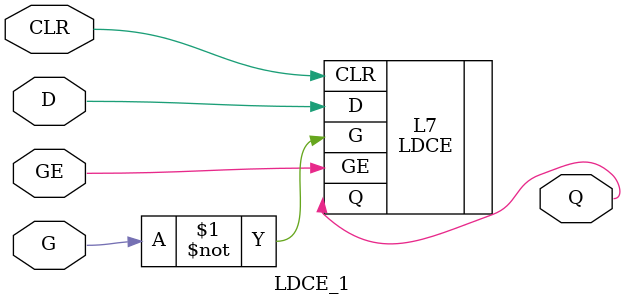
<source format=v>


`timescale  1 ps / 1 ps

module LDCE_1 (Q, G, GE, CLR, D);

    parameter [0:0] INIT = 1'b0;

    output Q;

    input  G, GE, CLR, D;

    wire Q;

    LDCE #(.INIT(INIT)) L7 (.Q(Q), .G(~G), .GE(GE), .CLR(CLR), .D(D));

endmodule


</source>
